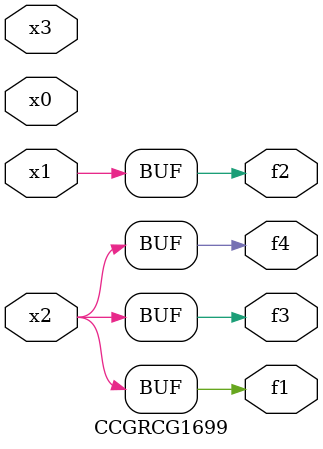
<source format=v>
module CCGRCG1699(
	input x0, x1, x2, x3,
	output f1, f2, f3, f4
);
	assign f1 = x2;
	assign f2 = x1;
	assign f3 = x2;
	assign f4 = x2;
endmodule

</source>
